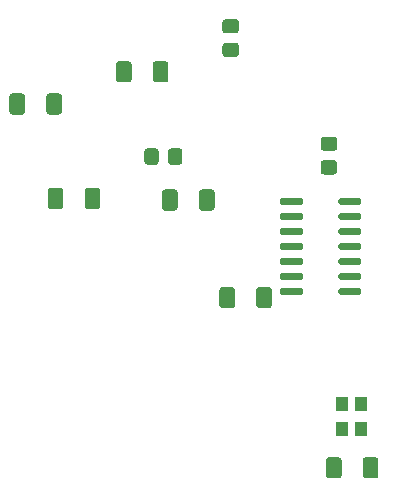
<source format=gbr>
%TF.GenerationSoftware,KiCad,Pcbnew,(5.1.8-0-10_14)*%
%TF.CreationDate,2022-02-24T11:51:48-06:00*%
%TF.ProjectId,SAQ_KiCad,5341515f-4b69-4436-9164-2e6b69636164,rev?*%
%TF.SameCoordinates,Original*%
%TF.FileFunction,Paste,Bot*%
%TF.FilePolarity,Positive*%
%FSLAX46Y46*%
G04 Gerber Fmt 4.6, Leading zero omitted, Abs format (unit mm)*
G04 Created by KiCad (PCBNEW (5.1.8-0-10_14)) date 2022-02-24 11:51:48*
%MOMM*%
%LPD*%
G01*
G04 APERTURE LIST*
%ADD10R,1.100000X1.300000*%
G04 APERTURE END LIST*
%TO.C,U5*%
G36*
G01*
X166473000Y-43901500D02*
X166473000Y-43601500D01*
G75*
G02*
X166623000Y-43451500I150000J0D01*
G01*
X168273000Y-43451500D01*
G75*
G02*
X168423000Y-43601500I0J-150000D01*
G01*
X168423000Y-43901500D01*
G75*
G02*
X168273000Y-44051500I-150000J0D01*
G01*
X166623000Y-44051500D01*
G75*
G02*
X166473000Y-43901500I0J150000D01*
G01*
G37*
G36*
G01*
X166473000Y-42631500D02*
X166473000Y-42331500D01*
G75*
G02*
X166623000Y-42181500I150000J0D01*
G01*
X168273000Y-42181500D01*
G75*
G02*
X168423000Y-42331500I0J-150000D01*
G01*
X168423000Y-42631500D01*
G75*
G02*
X168273000Y-42781500I-150000J0D01*
G01*
X166623000Y-42781500D01*
G75*
G02*
X166473000Y-42631500I0J150000D01*
G01*
G37*
G36*
G01*
X166473000Y-41361500D02*
X166473000Y-41061500D01*
G75*
G02*
X166623000Y-40911500I150000J0D01*
G01*
X168273000Y-40911500D01*
G75*
G02*
X168423000Y-41061500I0J-150000D01*
G01*
X168423000Y-41361500D01*
G75*
G02*
X168273000Y-41511500I-150000J0D01*
G01*
X166623000Y-41511500D01*
G75*
G02*
X166473000Y-41361500I0J150000D01*
G01*
G37*
G36*
G01*
X166473000Y-40091500D02*
X166473000Y-39791500D01*
G75*
G02*
X166623000Y-39641500I150000J0D01*
G01*
X168273000Y-39641500D01*
G75*
G02*
X168423000Y-39791500I0J-150000D01*
G01*
X168423000Y-40091500D01*
G75*
G02*
X168273000Y-40241500I-150000J0D01*
G01*
X166623000Y-40241500D01*
G75*
G02*
X166473000Y-40091500I0J150000D01*
G01*
G37*
G36*
G01*
X166473000Y-38821500D02*
X166473000Y-38521500D01*
G75*
G02*
X166623000Y-38371500I150000J0D01*
G01*
X168273000Y-38371500D01*
G75*
G02*
X168423000Y-38521500I0J-150000D01*
G01*
X168423000Y-38821500D01*
G75*
G02*
X168273000Y-38971500I-150000J0D01*
G01*
X166623000Y-38971500D01*
G75*
G02*
X166473000Y-38821500I0J150000D01*
G01*
G37*
G36*
G01*
X166473000Y-37551500D02*
X166473000Y-37251500D01*
G75*
G02*
X166623000Y-37101500I150000J0D01*
G01*
X168273000Y-37101500D01*
G75*
G02*
X168423000Y-37251500I0J-150000D01*
G01*
X168423000Y-37551500D01*
G75*
G02*
X168273000Y-37701500I-150000J0D01*
G01*
X166623000Y-37701500D01*
G75*
G02*
X166473000Y-37551500I0J150000D01*
G01*
G37*
G36*
G01*
X166473000Y-36281500D02*
X166473000Y-35981500D01*
G75*
G02*
X166623000Y-35831500I150000J0D01*
G01*
X168273000Y-35831500D01*
G75*
G02*
X168423000Y-35981500I0J-150000D01*
G01*
X168423000Y-36281500D01*
G75*
G02*
X168273000Y-36431500I-150000J0D01*
G01*
X166623000Y-36431500D01*
G75*
G02*
X166473000Y-36281500I0J150000D01*
G01*
G37*
G36*
G01*
X161523000Y-36281500D02*
X161523000Y-35981500D01*
G75*
G02*
X161673000Y-35831500I150000J0D01*
G01*
X163323000Y-35831500D01*
G75*
G02*
X163473000Y-35981500I0J-150000D01*
G01*
X163473000Y-36281500D01*
G75*
G02*
X163323000Y-36431500I-150000J0D01*
G01*
X161673000Y-36431500D01*
G75*
G02*
X161523000Y-36281500I0J150000D01*
G01*
G37*
G36*
G01*
X161523000Y-37551500D02*
X161523000Y-37251500D01*
G75*
G02*
X161673000Y-37101500I150000J0D01*
G01*
X163323000Y-37101500D01*
G75*
G02*
X163473000Y-37251500I0J-150000D01*
G01*
X163473000Y-37551500D01*
G75*
G02*
X163323000Y-37701500I-150000J0D01*
G01*
X161673000Y-37701500D01*
G75*
G02*
X161523000Y-37551500I0J150000D01*
G01*
G37*
G36*
G01*
X161523000Y-38821500D02*
X161523000Y-38521500D01*
G75*
G02*
X161673000Y-38371500I150000J0D01*
G01*
X163323000Y-38371500D01*
G75*
G02*
X163473000Y-38521500I0J-150000D01*
G01*
X163473000Y-38821500D01*
G75*
G02*
X163323000Y-38971500I-150000J0D01*
G01*
X161673000Y-38971500D01*
G75*
G02*
X161523000Y-38821500I0J150000D01*
G01*
G37*
G36*
G01*
X161523000Y-40091500D02*
X161523000Y-39791500D01*
G75*
G02*
X161673000Y-39641500I150000J0D01*
G01*
X163323000Y-39641500D01*
G75*
G02*
X163473000Y-39791500I0J-150000D01*
G01*
X163473000Y-40091500D01*
G75*
G02*
X163323000Y-40241500I-150000J0D01*
G01*
X161673000Y-40241500D01*
G75*
G02*
X161523000Y-40091500I0J150000D01*
G01*
G37*
G36*
G01*
X161523000Y-41361500D02*
X161523000Y-41061500D01*
G75*
G02*
X161673000Y-40911500I150000J0D01*
G01*
X163323000Y-40911500D01*
G75*
G02*
X163473000Y-41061500I0J-150000D01*
G01*
X163473000Y-41361500D01*
G75*
G02*
X163323000Y-41511500I-150000J0D01*
G01*
X161673000Y-41511500D01*
G75*
G02*
X161523000Y-41361500I0J150000D01*
G01*
G37*
G36*
G01*
X161523000Y-42631500D02*
X161523000Y-42331500D01*
G75*
G02*
X161673000Y-42181500I150000J0D01*
G01*
X163323000Y-42181500D01*
G75*
G02*
X163473000Y-42331500I0J-150000D01*
G01*
X163473000Y-42631500D01*
G75*
G02*
X163323000Y-42781500I-150000J0D01*
G01*
X161673000Y-42781500D01*
G75*
G02*
X161523000Y-42631500I0J150000D01*
G01*
G37*
G36*
G01*
X161523000Y-43901500D02*
X161523000Y-43601500D01*
G75*
G02*
X161673000Y-43451500I150000J0D01*
G01*
X163323000Y-43451500D01*
G75*
G02*
X163473000Y-43601500I0J-150000D01*
G01*
X163473000Y-43901500D01*
G75*
G02*
X163323000Y-44051500I-150000J0D01*
G01*
X161673000Y-44051500D01*
G75*
G02*
X161523000Y-43901500I0J150000D01*
G01*
G37*
%TD*%
%TO.C,C14*%
G36*
G01*
X150760000Y-25796001D02*
X150760000Y-24495999D01*
G75*
G02*
X151009999Y-24246000I249999J0D01*
G01*
X151835001Y-24246000D01*
G75*
G02*
X152085000Y-24495999I0J-249999D01*
G01*
X152085000Y-25796001D01*
G75*
G02*
X151835001Y-26046000I-249999J0D01*
G01*
X151009999Y-26046000D01*
G75*
G02*
X150760000Y-25796001I0J249999D01*
G01*
G37*
G36*
G01*
X147635000Y-25796001D02*
X147635000Y-24495999D01*
G75*
G02*
X147884999Y-24246000I249999J0D01*
G01*
X148710001Y-24246000D01*
G75*
G02*
X148960000Y-24495999I0J-249999D01*
G01*
X148960000Y-25796001D01*
G75*
G02*
X148710001Y-26046000I-249999J0D01*
G01*
X147884999Y-26046000D01*
G75*
G02*
X147635000Y-25796001I0J249999D01*
G01*
G37*
%TD*%
%TO.C,C12*%
G36*
G01*
X139943000Y-27226497D02*
X139943000Y-28526503D01*
G75*
G02*
X139693003Y-28776500I-249997J0D01*
G01*
X138867997Y-28776500D01*
G75*
G02*
X138618000Y-28526503I0J249997D01*
G01*
X138618000Y-27226497D01*
G75*
G02*
X138867997Y-26976500I249997J0D01*
G01*
X139693003Y-26976500D01*
G75*
G02*
X139943000Y-27226497I0J-249997D01*
G01*
G37*
G36*
G01*
X143068000Y-27226497D02*
X143068000Y-28526503D01*
G75*
G02*
X142818003Y-28776500I-249997J0D01*
G01*
X141992997Y-28776500D01*
G75*
G02*
X141743000Y-28526503I0J249997D01*
G01*
X141743000Y-27226497D01*
G75*
G02*
X141992997Y-26976500I249997J0D01*
G01*
X142818003Y-26976500D01*
G75*
G02*
X143068000Y-27226497I0J-249997D01*
G01*
G37*
%TD*%
%TO.C,C11*%
G36*
G01*
X157723000Y-43609497D02*
X157723000Y-44909503D01*
G75*
G02*
X157473003Y-45159500I-249997J0D01*
G01*
X156647997Y-45159500D01*
G75*
G02*
X156398000Y-44909503I0J249997D01*
G01*
X156398000Y-43609497D01*
G75*
G02*
X156647997Y-43359500I249997J0D01*
G01*
X157473003Y-43359500D01*
G75*
G02*
X157723000Y-43609497I0J-249997D01*
G01*
G37*
G36*
G01*
X160848000Y-43609497D02*
X160848000Y-44909503D01*
G75*
G02*
X160598003Y-45159500I-249997J0D01*
G01*
X159772997Y-45159500D01*
G75*
G02*
X159523000Y-44909503I0J249997D01*
G01*
X159523000Y-43609497D01*
G75*
G02*
X159772997Y-43359500I249997J0D01*
G01*
X160598003Y-43359500D01*
G75*
G02*
X160848000Y-43609497I0J-249997D01*
G01*
G37*
%TD*%
%TO.C,C10*%
G36*
G01*
X143181500Y-35227497D02*
X143181500Y-36527503D01*
G75*
G02*
X142931503Y-36777500I-249997J0D01*
G01*
X142106497Y-36777500D01*
G75*
G02*
X141856500Y-36527503I0J249997D01*
G01*
X141856500Y-35227497D01*
G75*
G02*
X142106497Y-34977500I249997J0D01*
G01*
X142931503Y-34977500D01*
G75*
G02*
X143181500Y-35227497I0J-249997D01*
G01*
G37*
G36*
G01*
X146306500Y-35227497D02*
X146306500Y-36527503D01*
G75*
G02*
X146056503Y-36777500I-249997J0D01*
G01*
X145231497Y-36777500D01*
G75*
G02*
X144981500Y-36527503I0J249997D01*
G01*
X144981500Y-35227497D01*
G75*
G02*
X145231497Y-34977500I249997J0D01*
G01*
X146056503Y-34977500D01*
G75*
G02*
X146306500Y-35227497I0J-249997D01*
G01*
G37*
%TD*%
D10*
%TO.C,X1*%
X168401500Y-55406000D03*
X168401500Y-53306000D03*
X166751500Y-53306000D03*
X166751500Y-55406000D03*
%TD*%
%TO.C,R18*%
G36*
G01*
X166121501Y-31842000D02*
X165221499Y-31842000D01*
G75*
G02*
X164971500Y-31592001I0J249999D01*
G01*
X164971500Y-30891999D01*
G75*
G02*
X165221499Y-30642000I249999J0D01*
G01*
X166121501Y-30642000D01*
G75*
G02*
X166371500Y-30891999I0J-249999D01*
G01*
X166371500Y-31592001D01*
G75*
G02*
X166121501Y-31842000I-249999J0D01*
G01*
G37*
G36*
G01*
X166121501Y-33842000D02*
X165221499Y-33842000D01*
G75*
G02*
X164971500Y-33592001I0J249999D01*
G01*
X164971500Y-32891999D01*
G75*
G02*
X165221499Y-32642000I249999J0D01*
G01*
X166121501Y-32642000D01*
G75*
G02*
X166371500Y-32891999I0J-249999D01*
G01*
X166371500Y-33592001D01*
G75*
G02*
X166121501Y-33842000I-249999J0D01*
G01*
G37*
%TD*%
%TO.C,R17*%
G36*
G01*
X152054000Y-32771501D02*
X152054000Y-31871499D01*
G75*
G02*
X152303999Y-31621500I249999J0D01*
G01*
X153004001Y-31621500D01*
G75*
G02*
X153254000Y-31871499I0J-249999D01*
G01*
X153254000Y-32771501D01*
G75*
G02*
X153004001Y-33021500I-249999J0D01*
G01*
X152303999Y-33021500D01*
G75*
G02*
X152054000Y-32771501I0J249999D01*
G01*
G37*
G36*
G01*
X150054000Y-32771501D02*
X150054000Y-31871499D01*
G75*
G02*
X150303999Y-31621500I249999J0D01*
G01*
X151004001Y-31621500D01*
G75*
G02*
X151254000Y-31871499I0J-249999D01*
G01*
X151254000Y-32771501D01*
G75*
G02*
X151004001Y-33021500I-249999J0D01*
G01*
X150303999Y-33021500D01*
G75*
G02*
X150054000Y-32771501I0J249999D01*
G01*
G37*
%TD*%
%TO.C,R15*%
G36*
G01*
X156902999Y-22688500D02*
X157803001Y-22688500D01*
G75*
G02*
X158053000Y-22938499I0J-249999D01*
G01*
X158053000Y-23638501D01*
G75*
G02*
X157803001Y-23888500I-249999J0D01*
G01*
X156902999Y-23888500D01*
G75*
G02*
X156653000Y-23638501I0J249999D01*
G01*
X156653000Y-22938499D01*
G75*
G02*
X156902999Y-22688500I249999J0D01*
G01*
G37*
G36*
G01*
X156902999Y-20688500D02*
X157803001Y-20688500D01*
G75*
G02*
X158053000Y-20938499I0J-249999D01*
G01*
X158053000Y-21638501D01*
G75*
G02*
X157803001Y-21888500I-249999J0D01*
G01*
X156902999Y-21888500D01*
G75*
G02*
X156653000Y-21638501I0J249999D01*
G01*
X156653000Y-20938499D01*
G75*
G02*
X156902999Y-20688500I249999J0D01*
G01*
G37*
%TD*%
%TO.C,C9*%
G36*
G01*
X166740000Y-58023997D02*
X166740000Y-59324003D01*
G75*
G02*
X166490003Y-59574000I-249997J0D01*
G01*
X165664997Y-59574000D01*
G75*
G02*
X165415000Y-59324003I0J249997D01*
G01*
X165415000Y-58023997D01*
G75*
G02*
X165664997Y-57774000I249997J0D01*
G01*
X166490003Y-57774000D01*
G75*
G02*
X166740000Y-58023997I0J-249997D01*
G01*
G37*
G36*
G01*
X169865000Y-58023997D02*
X169865000Y-59324003D01*
G75*
G02*
X169615003Y-59574000I-249997J0D01*
G01*
X168789997Y-59574000D01*
G75*
G02*
X168540000Y-59324003I0J249997D01*
G01*
X168540000Y-58023997D01*
G75*
G02*
X168789997Y-57774000I249997J0D01*
G01*
X169615003Y-57774000D01*
G75*
G02*
X169865000Y-58023997I0J-249997D01*
G01*
G37*
%TD*%
%TO.C,C8*%
G36*
G01*
X152858500Y-35354497D02*
X152858500Y-36654503D01*
G75*
G02*
X152608503Y-36904500I-249997J0D01*
G01*
X151783497Y-36904500D01*
G75*
G02*
X151533500Y-36654503I0J249997D01*
G01*
X151533500Y-35354497D01*
G75*
G02*
X151783497Y-35104500I249997J0D01*
G01*
X152608503Y-35104500D01*
G75*
G02*
X152858500Y-35354497I0J-249997D01*
G01*
G37*
G36*
G01*
X155983500Y-35354497D02*
X155983500Y-36654503D01*
G75*
G02*
X155733503Y-36904500I-249997J0D01*
G01*
X154908497Y-36904500D01*
G75*
G02*
X154658500Y-36654503I0J249997D01*
G01*
X154658500Y-35354497D01*
G75*
G02*
X154908497Y-35104500I249997J0D01*
G01*
X155733503Y-35104500D01*
G75*
G02*
X155983500Y-35354497I0J-249997D01*
G01*
G37*
%TD*%
M02*

</source>
